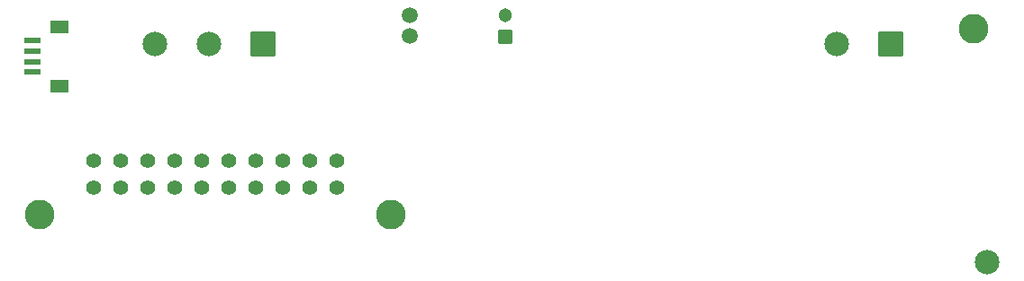
<source format=gbr>
%TF.GenerationSoftware,KiCad,Pcbnew,9.0.0*%
%TF.CreationDate,2025-11-28T03:58:01-07:00*%
%TF.ProjectId,signal-board,7369676e-616c-42d6-926f-6172642e6b69,rev?*%
%TF.SameCoordinates,Original*%
%TF.FileFunction,Soldermask,Top*%
%TF.FilePolarity,Negative*%
%FSLAX46Y46*%
G04 Gerber Fmt 4.6, Leading zero omitted, Abs format (unit mm)*
G04 Created by KiCad (PCBNEW 9.0.0) date 2025-11-28 03:58:01*
%MOMM*%
%LPD*%
G01*
G04 APERTURE LIST*
G04 Aperture macros list*
%AMRoundRect*
0 Rectangle with rounded corners*
0 $1 Rounding radius*
0 $2 $3 $4 $5 $6 $7 $8 $9 X,Y pos of 4 corners*
0 Add a 4 corners polygon primitive as box body*
4,1,4,$2,$3,$4,$5,$6,$7,$8,$9,$2,$3,0*
0 Add four circle primitives for the rounded corners*
1,1,$1+$1,$2,$3*
1,1,$1+$1,$4,$5*
1,1,$1+$1,$6,$7*
1,1,$1+$1,$8,$9*
0 Add four rect primitives between the rounded corners*
20,1,$1+$1,$2,$3,$4,$5,0*
20,1,$1+$1,$4,$5,$6,$7,0*
20,1,$1+$1,$6,$7,$8,$9,0*
20,1,$1+$1,$8,$9,$2,$3,0*%
G04 Aperture macros list end*
%ADD10RoundRect,0.102000X1.050000X1.050000X-1.050000X1.050000X-1.050000X-1.050000X1.050000X-1.050000X0*%
%ADD11C,2.304000*%
%ADD12R,1.803400X1.193800*%
%ADD13R,1.549400X0.609600*%
%ADD14C,2.794000*%
%ADD15RoundRect,0.102000X0.550000X-0.550000X0.550000X0.550000X-0.550000X0.550000X-0.550000X-0.550000X0*%
%ADD16C,1.304000*%
%ADD17C,1.397000*%
%ADD18C,1.512000*%
G04 APERTURE END LIST*
D10*
%TO.C,J1*%
X186002500Y-75090000D03*
D11*
X180922500Y-75090000D03*
%TD*%
%TO.C,*%
X195070000Y-95640000D03*
%TD*%
D10*
%TO.C,J2*%
X126992500Y-75106000D03*
D11*
X121912500Y-75106000D03*
X116832500Y-75106000D03*
%TD*%
D12*
%TO.C,J3*%
X107840000Y-79030000D03*
X107840000Y-73430002D03*
D13*
X105315001Y-77730001D03*
X105315001Y-76730000D03*
X105315001Y-75730002D03*
X105315001Y-74730001D03*
%TD*%
D14*
%TO.C,*%
X193800000Y-73590000D03*
%TD*%
D15*
%TO.C,C4*%
X149750000Y-74358100D03*
D16*
X149750000Y-72358100D03*
%TD*%
D17*
%TO.C,J6*%
X133954900Y-86080851D03*
X131414900Y-86080851D03*
X128874900Y-86080851D03*
X126334900Y-86080851D03*
X123794900Y-86080851D03*
X121254900Y-86080851D03*
X118714900Y-86080851D03*
X116174900Y-86080851D03*
X113634900Y-86080851D03*
X111094900Y-86080851D03*
X133954900Y-88620851D03*
X131414900Y-88620851D03*
X128874900Y-88620851D03*
X126334900Y-88620851D03*
X123794900Y-88620851D03*
X121254900Y-88620851D03*
X118714900Y-88620851D03*
X116174900Y-88620851D03*
X113634900Y-88620851D03*
X111094900Y-88620851D03*
D14*
X139034900Y-91160851D03*
X106014900Y-91160851D03*
%TD*%
D18*
%TO.C,C5*%
X140790000Y-72328100D03*
X140790000Y-74328100D03*
%TD*%
M02*

</source>
